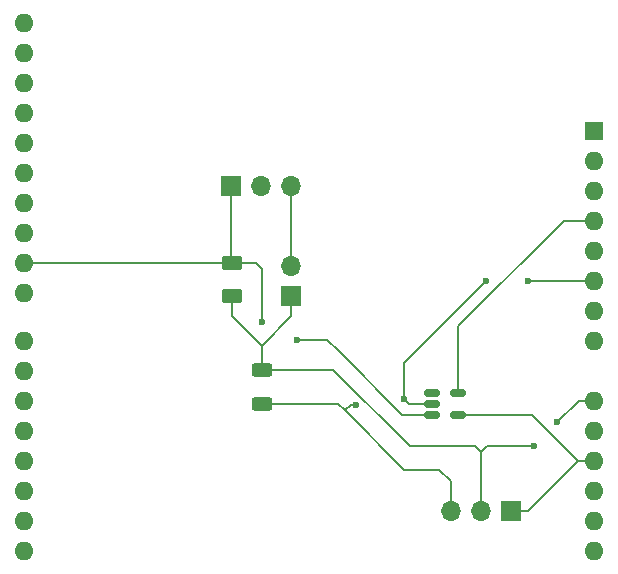
<source format=gbr>
%TF.GenerationSoftware,KiCad,Pcbnew,8.0.5*%
%TF.CreationDate,2024-11-11T20:44:43+01:00*%
%TF.ProjectId,nowa_plytka,6e6f7761-5f70-46c7-9974-6b612e6b6963,rev?*%
%TF.SameCoordinates,Original*%
%TF.FileFunction,Copper,L1,Top*%
%TF.FilePolarity,Positive*%
%FSLAX46Y46*%
G04 Gerber Fmt 4.6, Leading zero omitted, Abs format (unit mm)*
G04 Created by KiCad (PCBNEW 8.0.5) date 2024-11-11 20:44:43*
%MOMM*%
%LPD*%
G01*
G04 APERTURE LIST*
G04 Aperture macros list*
%AMRoundRect*
0 Rectangle with rounded corners*
0 $1 Rounding radius*
0 $2 $3 $4 $5 $6 $7 $8 $9 X,Y pos of 4 corners*
0 Add a 4 corners polygon primitive as box body*
4,1,4,$2,$3,$4,$5,$6,$7,$8,$9,$2,$3,0*
0 Add four circle primitives for the rounded corners*
1,1,$1+$1,$2,$3*
1,1,$1+$1,$4,$5*
1,1,$1+$1,$6,$7*
1,1,$1+$1,$8,$9*
0 Add four rect primitives between the rounded corners*
20,1,$1+$1,$2,$3,$4,$5,0*
20,1,$1+$1,$4,$5,$6,$7,0*
20,1,$1+$1,$6,$7,$8,$9,0*
20,1,$1+$1,$8,$9,$2,$3,0*%
G04 Aperture macros list end*
%TA.AperFunction,SMDPad,CuDef*%
%ADD10RoundRect,0.250000X0.625000X-0.375000X0.625000X0.375000X-0.625000X0.375000X-0.625000X-0.375000X0*%
%TD*%
%TA.AperFunction,ComponentPad*%
%ADD11R,1.700000X1.700000*%
%TD*%
%TA.AperFunction,ComponentPad*%
%ADD12O,1.700000X1.700000*%
%TD*%
%TA.AperFunction,SMDPad,CuDef*%
%ADD13RoundRect,0.250000X-0.625000X0.312500X-0.625000X-0.312500X0.625000X-0.312500X0.625000X0.312500X0*%
%TD*%
%TA.AperFunction,SMDPad,CuDef*%
%ADD14RoundRect,0.150000X-0.512500X-0.150000X0.512500X-0.150000X0.512500X0.150000X-0.512500X0.150000X0*%
%TD*%
%TA.AperFunction,ComponentPad*%
%ADD15R,1.600000X1.600000*%
%TD*%
%TA.AperFunction,ComponentPad*%
%ADD16O,1.600000X1.600000*%
%TD*%
%TA.AperFunction,ViaPad*%
%ADD17C,0.600000*%
%TD*%
%TA.AperFunction,Conductor*%
%ADD18C,0.200000*%
%TD*%
G04 APERTURE END LIST*
D10*
%TO.P,D1,1,K*%
%TO.N,ADC*%
X130960000Y-104300000D03*
%TO.P,D1,2,A*%
%TO.N,INPUT*%
X130960000Y-101500000D03*
%TD*%
D11*
%TO.P,J3,1,Pin_1*%
%TO.N,INPUT*%
X130920000Y-95000000D03*
D12*
%TO.P,J3,2,Pin_2*%
X133460000Y-95000000D03*
%TO.P,J3,3,Pin_3*%
%TO.N,LED2_IN*%
X136000000Y-95000000D03*
%TD*%
D11*
%TO.P,J2,1,Pin_1*%
%TO.N,ADC*%
X136000000Y-104275000D03*
D12*
%TO.P,J2,2,Pin_2*%
%TO.N,LED2_IN*%
X136000000Y-101735000D03*
%TD*%
D11*
%TO.P,J1,1,Pin_1*%
%TO.N,DAC_OUT*%
X154580000Y-122500000D03*
D12*
%TO.P,J1,2,Pin_2*%
%TO.N,ADC*%
X152040000Y-122500000D03*
%TO.P,J1,3,Pin_3*%
%TO.N,GND*%
X149500000Y-122500000D03*
%TD*%
D13*
%TO.P,R1,1*%
%TO.N,ADC*%
X133500000Y-110537500D03*
%TO.P,R1,2*%
%TO.N,GND*%
X133500000Y-113462500D03*
%TD*%
D14*
%TO.P,U1,1*%
%TO.N,DAC_OUT*%
X147862500Y-112500000D03*
%TO.P,U1,2,V-*%
%TO.N,GND*%
X147862500Y-113450000D03*
%TO.P,U1,3,+*%
%TO.N,INPUT*%
X147862500Y-114400000D03*
%TO.P,U1,4,-*%
%TO.N,DAC_OUT*%
X150137500Y-114400000D03*
%TO.P,U1,5,V+*%
%TO.N,Net-(A1-3V3)*%
X150137500Y-112500000D03*
%TD*%
D15*
%TO.P,A1,1,NC*%
%TO.N,unconnected-(A1-NC-Pad1)*%
X161630000Y-90325000D03*
D16*
%TO.P,A1,2,IOREF*%
%TO.N,unconnected-(A1-IOREF-Pad2)*%
X161630000Y-92865000D03*
%TO.P,A1,3,~{RESET}*%
%TO.N,unconnected-(A1-~{RESET}-Pad3)*%
X161630000Y-95405000D03*
%TO.P,A1,4,3V3*%
%TO.N,Net-(A1-3V3)*%
X161630000Y-97945000D03*
%TO.P,A1,5,+5V*%
%TO.N,unconnected-(A1-+5V-Pad5)*%
X161630000Y-100485000D03*
%TO.P,A1,6,GND*%
%TO.N,GND*%
X161630000Y-103025000D03*
%TO.P,A1,7,GND*%
%TO.N,unconnected-(A1-GND-Pad7)*%
X161630000Y-105565000D03*
%TO.P,A1,8,VIN*%
%TO.N,unconnected-(A1-VIN-Pad8)*%
X161630000Y-108105000D03*
%TO.P,A1,9,A0*%
%TO.N,ADC*%
X161630000Y-113185000D03*
%TO.P,A1,10,A1*%
%TO.N,unconnected-(A1-A1-Pad10)*%
X161630000Y-115725000D03*
%TO.P,A1,11,A2*%
%TO.N,DAC_OUT*%
X161630000Y-118265000D03*
%TO.P,A1,12,A3*%
%TO.N,unconnected-(A1-A3-Pad12)*%
X161630000Y-120805000D03*
%TO.P,A1,13,A4*%
%TO.N,unconnected-(A1-A4-Pad13)*%
X161630000Y-123345000D03*
%TO.P,A1,14,A5*%
%TO.N,N/C*%
X161630000Y-125885000D03*
%TO.P,A1,15,D0/RX*%
%TO.N,unconnected-(A1-D0{slash}RX-Pad15)*%
X113370000Y-125885000D03*
%TO.P,A1,16,D1/TX*%
%TO.N,unconnected-(A1-D1{slash}TX-Pad16)*%
X113370000Y-123345000D03*
%TO.P,A1,17,D2/SDA*%
%TO.N,unconnected-(A1-D2{slash}SDA-Pad17)*%
X113370000Y-120805000D03*
%TO.P,A1,18,D3/SCL*%
%TO.N,unconnected-(A1-D3{slash}SCL-Pad18)*%
X113370000Y-118265000D03*
%TO.P,A1,19,D4*%
%TO.N,unconnected-(A1-D4-Pad19)*%
X113370000Y-115725000D03*
%TO.P,A1,20,D5*%
%TO.N,unconnected-(A1-D5-Pad20)*%
X113370000Y-113185000D03*
%TO.P,A1,21,D6*%
%TO.N,unconnected-(A1-D6-Pad21)*%
X113370000Y-110645000D03*
%TO.P,A1,22,D7*%
%TO.N,unconnected-(A1-D7-Pad22)*%
X113370000Y-108105000D03*
%TO.P,A1,23,D8*%
%TO.N,unconnected-(A1-D8-Pad23)*%
X113370000Y-104045000D03*
%TO.P,A1,24,D9*%
%TO.N,INPUT*%
X113370000Y-101505000D03*
%TO.P,A1,25,D10*%
%TO.N,unconnected-(A1-D10-Pad25)*%
X113370000Y-98965000D03*
%TO.P,A1,26,D11*%
%TO.N,unconnected-(A1-D11-Pad26)*%
X113370000Y-96425000D03*
%TO.P,A1,27,D12*%
%TO.N,unconnected-(A1-D12-Pad27)*%
X113370000Y-93885000D03*
%TO.P,A1,28,D13*%
%TO.N,unconnected-(A1-D13-Pad28)*%
X113370000Y-91345000D03*
%TO.P,A1,29,GND*%
%TO.N,unconnected-(A1-GND-Pad29)*%
X113370000Y-88805000D03*
%TO.P,A1,30,AREF*%
%TO.N,unconnected-(A1-AREF-Pad30)*%
X113370000Y-86265000D03*
%TO.P,A1,31,SDA/D2*%
%TO.N,unconnected-(A1-SDA{slash}D2-Pad31)*%
X113370000Y-83725000D03*
%TO.P,A1,32,SCL/D3*%
%TO.N,unconnected-(A1-SCL{slash}D3-Pad32)*%
X113370000Y-81185000D03*
%TD*%
D17*
%TO.N,GND*%
X152500000Y-103000000D03*
X156000000Y-103025000D03*
%TO.N,INPUT*%
X133500000Y-106500000D03*
X136500000Y-108000000D03*
%TO.N,GND*%
X145500000Y-113000000D03*
X141500000Y-113500000D03*
%TO.N,ADC*%
X156500000Y-117000000D03*
X158500000Y-115000000D03*
%TD*%
D18*
%TO.N,GND*%
X145500000Y-113000000D02*
X145950000Y-113450000D01*
X145500000Y-113000000D02*
X145500000Y-110000000D01*
X145500000Y-110000000D02*
X152500000Y-103000000D01*
X145950000Y-113450000D02*
X147862500Y-113450000D01*
X161630000Y-103025000D02*
X156000000Y-103025000D01*
%TO.N,INPUT*%
X139000000Y-108000000D02*
X136500000Y-108000000D01*
X130920000Y-95000000D02*
X130920000Y-101460000D01*
X140000000Y-109000000D02*
X139000000Y-108000000D01*
X130960000Y-101500000D02*
X133000000Y-101500000D01*
X113370000Y-101505000D02*
X130955000Y-101505000D01*
X145400000Y-114400000D02*
X140000000Y-109000000D01*
X133000000Y-101500000D02*
X133500000Y-102000000D01*
X130920000Y-101460000D02*
X130960000Y-101500000D01*
X147862500Y-114400000D02*
X145400000Y-114400000D01*
X133500000Y-102000000D02*
X133500000Y-106500000D01*
X130955000Y-101505000D02*
X130960000Y-101500000D01*
%TO.N,GND*%
X141000000Y-113500000D02*
X141500000Y-113500000D01*
X147850000Y-113462500D02*
X147862500Y-113450000D01*
X140500000Y-114000000D02*
X141000000Y-113500000D01*
X140500000Y-114000000D02*
X139962500Y-113462500D01*
X139962500Y-113462500D02*
X133500000Y-113462500D01*
%TO.N,ADC*%
X152540000Y-117040000D02*
X156460000Y-117040000D01*
X133500000Y-110537500D02*
X139537500Y-110537500D01*
X156460000Y-117040000D02*
X156500000Y-117000000D01*
X160315000Y-113185000D02*
X161630000Y-113185000D01*
X133500000Y-108500000D02*
X133500000Y-110497500D01*
X152040000Y-117540000D02*
X152540000Y-117040000D01*
X146000000Y-117000000D02*
X151500000Y-117000000D01*
X139537500Y-110537500D02*
X146000000Y-117000000D01*
X151500000Y-117000000D02*
X152040000Y-117540000D01*
X133500000Y-108500000D02*
X136000000Y-106000000D01*
X158500000Y-115000000D02*
X160315000Y-113185000D01*
X130960000Y-105960000D02*
X133500000Y-108500000D01*
X136000000Y-106000000D02*
X136000000Y-104275000D01*
X152040000Y-117540000D02*
X152040000Y-122500000D01*
X130960000Y-104300000D02*
X130960000Y-105960000D01*
X133500000Y-110497500D02*
X133460000Y-110537500D01*
%TO.N,Net-(A1-3V3)*%
X150137500Y-110137500D02*
X150137500Y-106862500D01*
X150137500Y-106862500D02*
X159055000Y-97945000D01*
X150137500Y-112500000D02*
X150137500Y-110137500D01*
X159055000Y-97945000D02*
X161630000Y-97945000D01*
%TO.N,DAC_OUT*%
X161630000Y-118265000D02*
X160265000Y-118265000D01*
X160265000Y-118265000D02*
X156400000Y-114400000D01*
X156400000Y-114400000D02*
X150137500Y-114400000D01*
%TO.N,LED2_IN*%
X136000000Y-95000000D02*
X136000000Y-101735000D01*
%TO.N,GND*%
X145500000Y-119000000D02*
X148500000Y-119000000D01*
X140500000Y-114000000D02*
X145500000Y-119000000D01*
%TO.N,DAC_OUT*%
X156000000Y-122500000D02*
X154580000Y-122500000D01*
X160235000Y-118265000D02*
X156000000Y-122500000D01*
X160265000Y-118265000D02*
X160235000Y-118265000D01*
%TO.N,GND*%
X148500000Y-119000000D02*
X149500000Y-120000000D01*
X149500000Y-120000000D02*
X149500000Y-122500000D01*
%TD*%
M02*

</source>
